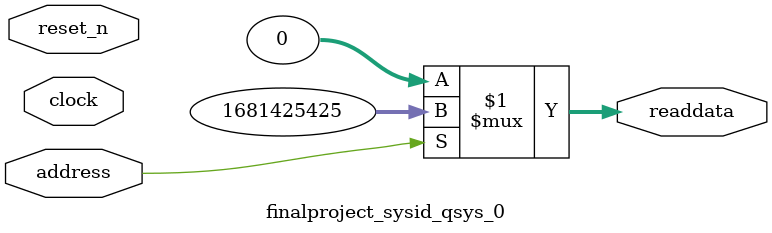
<source format=v>



// synthesis translate_off
`timescale 1ns / 1ps
// synthesis translate_on

// turn off superfluous verilog processor warnings 
// altera message_level Level1 
// altera message_off 10034 10035 10036 10037 10230 10240 10030 

module finalproject_sysid_qsys_0 (
               // inputs:
                address,
                clock,
                reset_n,

               // outputs:
                readdata
             )
;

  output  [ 31: 0] readdata;
  input            address;
  input            clock;
  input            reset_n;

  wire    [ 31: 0] readdata;
  //control_slave, which is an e_avalon_slave
  assign readdata = address ? 1681425425 : 0;

endmodule



</source>
